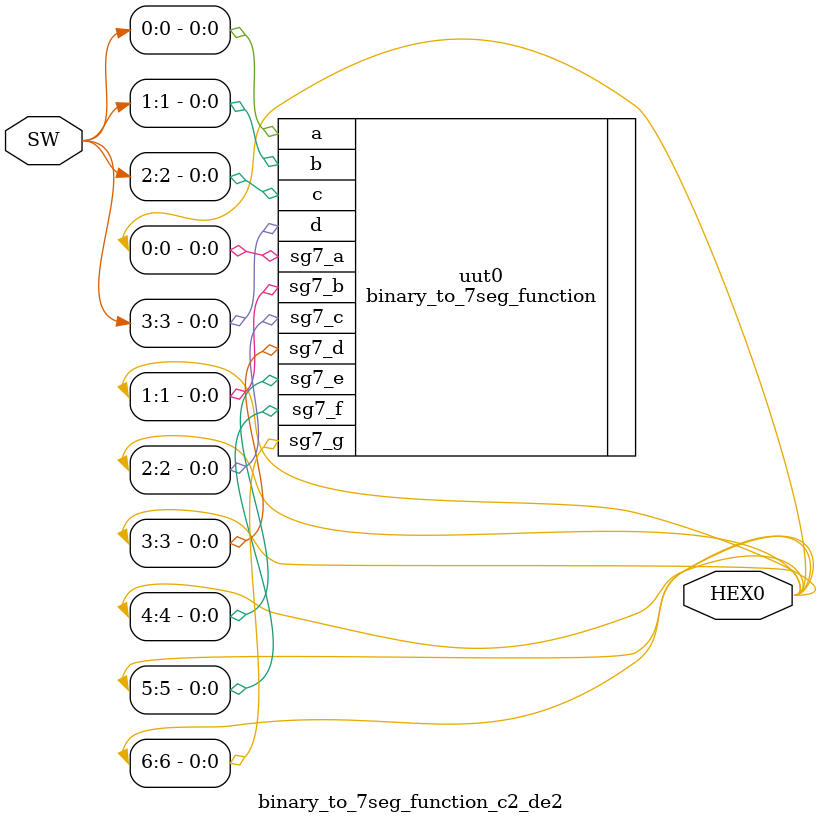
<source format=v>
/* 
@brief	binary_to_7seg_function_c2_de2.v
@details	This example shows how to model a binary to 7seg decoder using a function. 


@return	N/A

@author	Manuel Caballero
@date		06/February/2026
@version	06/February/2026    The ORIGIN
@pre		This source code was tested on the Altera’s DE2 board.
@warning	N/A.
@pre		This code belongs to AqueronteBlog.
				- GitHub:  https://github.com/AqueronteBlog
            - YouTube: https://www.youtube.com/user/AqueronteBlog
            - X:       https://x.com/aqueronteblog
*/
module binary_to_7seg_function_c2_de2 (
	input[3:0] SW,
	output[6:0] HEX0
);

	binary_to_7seg_function uut0	(.d(SW[3]), .c(SW[2]), .b(SW[1]), .a(SW[0]), .sg7_g(HEX0[6]), .sg7_f(HEX0[5]), .sg7_e(HEX0[4]), .sg7_d(HEX0[3]), .sg7_c(HEX0[2]), .sg7_b(HEX0[1]), .sg7_a(HEX0[0]));

endmodule
</source>
